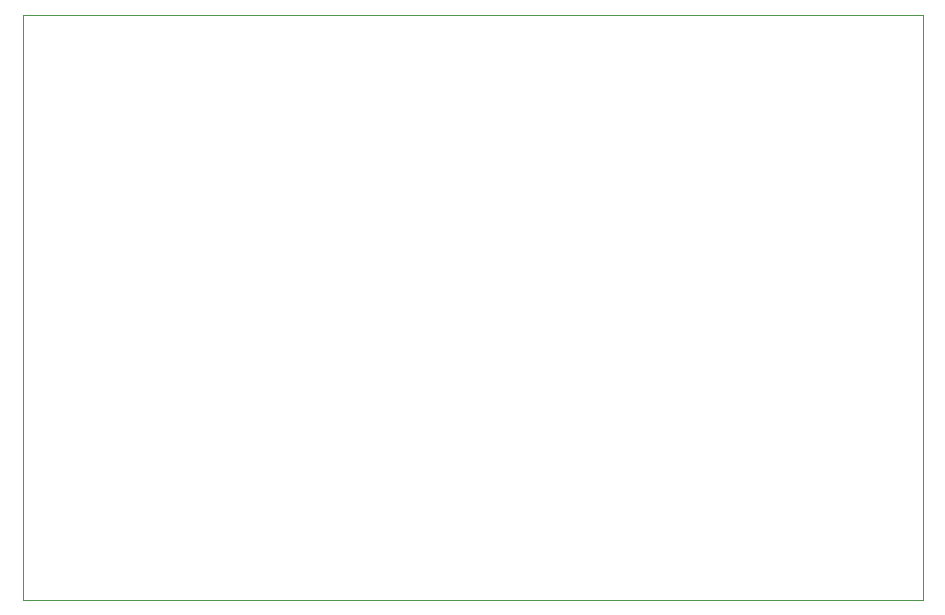
<source format=gm1>
%TF.GenerationSoftware,KiCad,Pcbnew,(5.1.10)-1*%
%TF.CreationDate,2022-01-30T13:18:58+01:00*%
%TF.ProjectId,MEA8000,4d454138-3030-4302-9e6b-696361645f70,1.0*%
%TF.SameCoordinates,PX6d01460PY60e4b00*%
%TF.FileFunction,Profile,NP*%
%FSLAX46Y46*%
G04 Gerber Fmt 4.6, Leading zero omitted, Abs format (unit mm)*
G04 Created by KiCad (PCBNEW (5.1.10)-1) date 2022-01-30 13:18:58*
%MOMM*%
%LPD*%
G01*
G04 APERTURE LIST*
%TA.AperFunction,Profile*%
%ADD10C,0.050000*%
%TD*%
G04 APERTURE END LIST*
D10*
X76200000Y49530000D02*
X0Y49530000D01*
X0Y0D02*
X76200000Y0D01*
X0Y49530000D02*
X0Y0D01*
X76200000Y0D02*
X76200000Y49530000D01*
M02*

</source>
